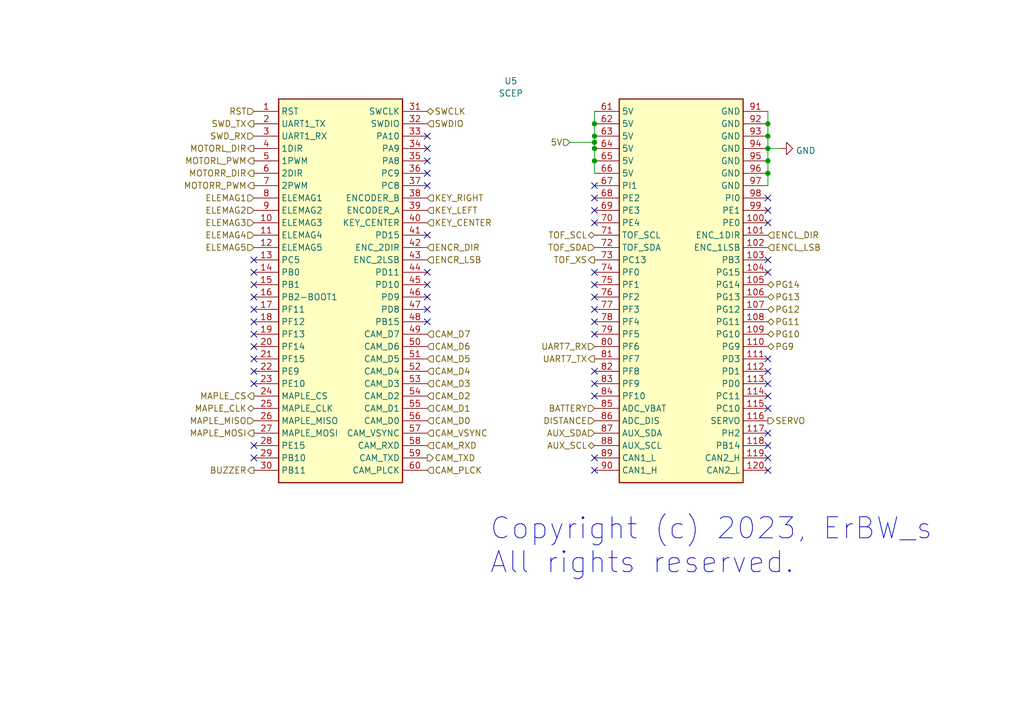
<source format=kicad_sch>
(kicad_sch (version 20230121) (generator eeschema)
  (paper "A5")
  (lib_symbols
    (symbol "ErBW_s:SCEP"
      (property "Reference" "U" (at 0 45.72 0))
      (property "Value" "SCEP" (at 0 43.18 0))
      (symbol "SCEP_1_0"
        (rectangle (start -46.99 40.64) (end -21.59 -38.1) (stroke (width 0.254)) (fill (type background)))
        (rectangle (start 22.86 40.64) (end 48.26 -38.1) (stroke (width 0.254)) (fill (type background)))
        (pin bidirectional line (at -52.07 38.1 0) (length 5.08) (name "RST") (number "1"))
        (pin bidirectional line (at -52.07 15.24 0) (length 5.08) (name "ELEMAG3") (number "10"))
        (pin bidirectional line (at 53.34 15.24 180) (length 5.08) (name "PE0") (number "100"))
        (pin bidirectional line (at 53.34 12.7 180) (length 5.08) (name "ENC_1DIR") (number "101"))
        (pin bidirectional line (at 53.34 10.16 180) (length 5.08) (name "ENC_1LSB") (number "102"))
        (pin bidirectional line (at 53.34 7.62 180) (length 5.08) (name "PB3") (number "103"))
        (pin bidirectional line (at 53.34 5.08 180) (length 5.08) (name "PG15") (number "104"))
        (pin bidirectional line (at 53.34 2.54 180) (length 5.08) (name "PG14") (number "105"))
        (pin bidirectional line (at 53.34 0 180) (length 5.08) (name "PG13") (number "106"))
        (pin bidirectional line (at 53.34 -2.54 180) (length 5.08) (name "PG12") (number "107"))
        (pin bidirectional line (at 53.34 -5.08 180) (length 5.08) (name "PG11") (number "108"))
        (pin bidirectional line (at 53.34 -7.62 180) (length 5.08) (name "PG10") (number "109"))
        (pin bidirectional line (at -52.07 12.7 0) (length 5.08) (name "ELEMAG4") (number "11"))
        (pin bidirectional line (at 53.34 -10.16 180) (length 5.08) (name "PG9") (number "110"))
        (pin bidirectional line (at 53.34 -12.7 180) (length 5.08) (name "PD3") (number "111"))
        (pin bidirectional line (at 53.34 -15.24 180) (length 5.08) (name "PD1") (number "112"))
        (pin bidirectional line (at 53.34 -17.78 180) (length 5.08) (name "PD0") (number "113"))
        (pin bidirectional line (at 53.34 -20.32 180) (length 5.08) (name "PC11") (number "114"))
        (pin bidirectional line (at 53.34 -22.86 180) (length 5.08) (name "PC10") (number "115"))
        (pin bidirectional line (at 53.34 -25.4 180) (length 5.08) (name "SERVO") (number "116"))
        (pin bidirectional line (at 53.34 -27.94 180) (length 5.08) (name "PH2") (number "117"))
        (pin bidirectional line (at 53.34 -30.48 180) (length 5.08) (name "PB14") (number "118"))
        (pin bidirectional line (at 53.34 -33.02 180) (length 5.08) (name "CAN2_H") (number "119"))
        (pin bidirectional line (at -52.07 10.16 0) (length 5.08) (name "ELEMAG5") (number "12"))
        (pin bidirectional line (at 53.34 -35.56 180) (length 5.08) (name "CAN2_L") (number "120"))
        (pin bidirectional line (at -52.07 7.62 0) (length 5.08) (name "PC5") (number "13"))
        (pin bidirectional line (at -52.07 5.08 0) (length 5.08) (name "PB0") (number "14"))
        (pin bidirectional line (at -52.07 2.54 0) (length 5.08) (name "PB1") (number "15"))
        (pin bidirectional line (at -52.07 0 0) (length 5.08) (name "PB2-BOOT1") (number "16"))
        (pin bidirectional line (at -52.07 -2.54 0) (length 5.08) (name "PF11") (number "17"))
        (pin bidirectional line (at -52.07 -5.08 0) (length 5.08) (name "PF12") (number "18"))
        (pin bidirectional line (at -52.07 -7.62 0) (length 5.08) (name "PF13") (number "19"))
        (pin bidirectional line (at -52.07 35.56 0) (length 5.08) (name "UART1_TX") (number "2"))
        (pin bidirectional line (at -52.07 -10.16 0) (length 5.08) (name "PF14") (number "20"))
        (pin bidirectional line (at -52.07 -12.7 0) (length 5.08) (name "PF15") (number "21"))
        (pin bidirectional line (at -52.07 -15.24 0) (length 5.08) (name "PE9") (number "22"))
        (pin bidirectional line (at -52.07 -17.78 0) (length 5.08) (name "PE10") (number "23"))
        (pin bidirectional line (at -52.07 -20.32 0) (length 5.08) (name "MAPLE_CS") (number "24"))
        (pin bidirectional line (at -52.07 -22.86 0) (length 5.08) (name "MAPLE_CLK") (number "25"))
        (pin bidirectional line (at -52.07 -25.4 0) (length 5.08) (name "MAPLE_MISO") (number "26"))
        (pin bidirectional line (at -52.07 -27.94 0) (length 5.08) (name "MAPLE_MOSI") (number "27"))
        (pin bidirectional line (at -52.07 -30.48 0) (length 5.08) (name "PE15") (number "28"))
        (pin bidirectional line (at -52.07 -33.02 0) (length 5.08) (name "PB10") (number "29"))
        (pin bidirectional line (at -52.07 33.02 0) (length 5.08) (name "UART1_RX") (number "3"))
        (pin bidirectional line (at -52.07 -35.56 0) (length 5.08) (name "PB11") (number "30"))
        (pin bidirectional line (at -16.51 38.1 180) (length 5.08) (name "SWCLK") (number "31"))
        (pin bidirectional line (at -16.51 35.56 180) (length 5.08) (name "SWDIO") (number "32"))
        (pin bidirectional line (at -16.51 33.02 180) (length 5.08) (name "PA10") (number "33"))
        (pin bidirectional line (at -16.51 30.48 180) (length 5.08) (name "PA9") (number "34"))
        (pin bidirectional line (at -16.51 27.94 180) (length 5.08) (name "PA8") (number "35"))
        (pin bidirectional line (at -16.51 25.4 180) (length 5.08) (name "PC9") (number "36"))
        (pin bidirectional line (at -16.51 22.86 180) (length 5.08) (name "PC8") (number "37"))
        (pin bidirectional line (at -16.51 20.32 180) (length 5.08) (name "ENCODER_B") (number "38"))
        (pin bidirectional line (at -16.51 17.78 180) (length 5.08) (name "ENCODER_A") (number "39"))
        (pin bidirectional line (at -52.07 30.48 0) (length 5.08) (name "1DIR") (number "4"))
        (pin bidirectional line (at -16.51 15.24 180) (length 5.08) (name "KEY_CENTER") (number "40"))
        (pin bidirectional line (at -16.51 12.7 180) (length 5.08) (name "PD15") (number "41"))
        (pin bidirectional line (at -16.51 10.16 180) (length 5.08) (name "ENC_2DIR") (number "42"))
        (pin bidirectional line (at -16.51 7.62 180) (length 5.08) (name "ENC_2LSB") (number "43"))
        (pin bidirectional line (at -16.51 5.08 180) (length 5.08) (name "PD11") (number "44"))
        (pin bidirectional line (at -16.51 2.54 180) (length 5.08) (name "PD10") (number "45"))
        (pin bidirectional line (at -16.51 0 180) (length 5.08) (name "PD9") (number "46"))
        (pin bidirectional line (at -16.51 -2.54 180) (length 5.08) (name "PD8") (number "47"))
        (pin bidirectional line (at -16.51 -5.08 180) (length 5.08) (name "PB15") (number "48"))
        (pin bidirectional line (at -16.51 -7.62 180) (length 5.08) (name "CAM_D7") (number "49"))
        (pin bidirectional line (at -52.07 27.94 0) (length 5.08) (name "1PWM") (number "5"))
        (pin bidirectional line (at -16.51 -10.16 180) (length 5.08) (name "CAM_D6") (number "50"))
        (pin bidirectional line (at -16.51 -12.7 180) (length 5.08) (name "CAM_D5") (number "51"))
        (pin bidirectional line (at -16.51 -15.24 180) (length 5.08) (name "CAM_D4") (number "52"))
        (pin bidirectional line (at -16.51 -17.78 180) (length 5.08) (name "CAM_D3") (number "53"))
        (pin bidirectional line (at -16.51 -20.32 180) (length 5.08) (name "CAM_D2") (number "54"))
        (pin bidirectional line (at -16.51 -22.86 180) (length 5.08) (name "CAM_D1") (number "55"))
        (pin bidirectional line (at -16.51 -25.4 180) (length 5.08) (name "CAM_D0") (number "56"))
        (pin bidirectional line (at -16.51 -27.94 180) (length 5.08) (name "CAM_VSYNC") (number "57"))
        (pin bidirectional line (at -16.51 -30.48 180) (length 5.08) (name "CAM_RXD") (number "58"))
        (pin bidirectional line (at -16.51 -33.02 180) (length 5.08) (name "CAM_TXD") (number "59"))
        (pin bidirectional line (at -52.07 25.4 0) (length 5.08) (name "2DIR") (number "6"))
        (pin bidirectional line (at -16.51 -35.56 180) (length 5.08) (name "CAM_PLCK") (number "60"))
        (pin power_in line (at 17.78 38.1 0) (length 5.08) (name "5V") (number "61"))
        (pin power_in line (at 17.78 35.56 0) (length 5.08) (name "5V") (number "62"))
        (pin power_in line (at 17.78 33.02 0) (length 5.08) (name "5V") (number "63"))
        (pin power_in line (at 17.78 30.48 0) (length 5.08) (name "5V") (number "64"))
        (pin power_in line (at 17.78 27.94 0) (length 5.08) (name "5V") (number "65"))
        (pin power_in line (at 17.78 25.4 0) (length 5.08) (name "5V") (number "66"))
        (pin bidirectional line (at 17.78 22.86 0) (length 5.08) (name "PI1") (number "67"))
        (pin bidirectional line (at 17.78 20.32 0) (length 5.08) (name "PE2") (number "68"))
        (pin bidirectional line (at 17.78 17.78 0) (length 5.08) (name "PE3") (number "69"))
        (pin bidirectional line (at -52.07 22.86 0) (length 5.08) (name "2PWM") (number "7"))
        (pin bidirectional line (at 17.78 15.24 0) (length 5.08) (name "PE4") (number "70"))
        (pin bidirectional line (at 17.78 12.7 0) (length 5.08) (name "TOF_SCL") (number "71"))
        (pin bidirectional line (at 17.78 10.16 0) (length 5.08) (name "TOF_SDA") (number "72"))
        (pin bidirectional line (at 17.78 7.62 0) (length 5.08) (name "PC13") (number "73"))
        (pin bidirectional line (at 17.78 5.08 0) (length 5.08) (name "PF0") (number "74"))
        (pin bidirectional line (at 17.78 2.54 0) (length 5.08) (name "PF1") (number "75"))
        (pin bidirectional line (at 17.78 0 0) (length 5.08) (name "PF2") (number "76"))
        (pin bidirectional line (at 17.78 -2.54 0) (length 5.08) (name "PF3") (number "77"))
        (pin bidirectional line (at 17.78 -5.08 0) (length 5.08) (name "PF4") (number "78"))
        (pin bidirectional line (at 17.78 -7.62 0) (length 5.08) (name "PF5") (number "79"))
        (pin bidirectional line (at -52.07 20.32 0) (length 5.08) (name "ELEMAG1") (number "8"))
        (pin bidirectional line (at 17.78 -10.16 0) (length 5.08) (name "PF6") (number "80"))
        (pin bidirectional line (at 17.78 -12.7 0) (length 5.08) (name "PF7") (number "81"))
        (pin bidirectional line (at 17.78 -15.24 0) (length 5.08) (name "PF8") (number "82"))
        (pin bidirectional line (at 17.78 -17.78 0) (length 5.08) (name "PF9") (number "83"))
        (pin bidirectional line (at 17.78 -20.32 0) (length 5.08) (name "PF10") (number "84"))
        (pin bidirectional line (at 17.78 -22.86 0) (length 5.08) (name "ADC_VBAT") (number "85"))
        (pin bidirectional line (at 17.78 -25.4 0) (length 5.08) (name "ADC_DIS") (number "86"))
        (pin bidirectional line (at 17.78 -27.94 0) (length 5.08) (name "AUX_SDA") (number "87"))
        (pin bidirectional line (at 17.78 -30.48 0) (length 5.08) (name "AUX_SCL") (number "88"))
        (pin bidirectional line (at 17.78 -33.02 0) (length 5.08) (name "CAN1_L") (number "89"))
        (pin bidirectional line (at -52.07 17.78 0) (length 5.08) (name "ELEMAG2") (number "9"))
        (pin bidirectional line (at 17.78 -35.56 0) (length 5.08) (name "CAN1_H") (number "90"))
        (pin power_in line (at 53.34 38.1 180) (length 5.08) (name "GND") (number "91"))
        (pin power_in line (at 53.34 35.56 180) (length 5.08) (name "GND") (number "92"))
        (pin power_in line (at 53.34 33.02 180) (length 5.08) (name "GND") (number "93"))
        (pin power_in line (at 53.34 30.48 180) (length 5.08) (name "GND") (number "94"))
        (pin power_in line (at 53.34 27.94 180) (length 5.08) (name "GND") (number "95"))
        (pin power_in line (at 53.34 25.4 180) (length 5.08) (name "GND") (number "96"))
        (pin power_in line (at 53.34 22.86 180) (length 5.08) (name "GND") (number "97"))
        (pin bidirectional line (at 53.34 20.32 180) (length 5.08) (name "PI0") (number "98"))
        (pin bidirectional line (at 53.34 17.78 180) (length 5.08) (name "PE1") (number "99"))
      )
    )
    (symbol "power:GND" (power) (pin_names (offset 0))
      (property "Value" "GND" (at 0 -3.81 0))
      (symbol "GND_0_1"
        (polyline (pts (xy 0 0) (xy 0 -1.27) (xy 1.27 -1.27) (xy 0 -2.54) (xy -1.27 -1.27) (xy 0 -1.27)))
      )
      (symbol "GND_1_1"
        (pin power_in line (at 0 0 270) (length 0) hide (name "GND") (number "1"))
      )
    )
  )
  (junction (at 121.92 27.94))
  (junction (at 121.92 33.02))
  (junction (at 157.48 35.56))
  (junction (at 121.92 25.4))
  (junction (at 157.48 27.94))
  (junction (at 157.48 25.4))
  (junction (at 157.48 30.48))
  (junction (at 121.92 30.48))
  (junction (at 157.48 33.02))
  (junction (at 121.92 29.21))
  (no_connect (at 87.63 35.56))
  (no_connect (at 87.63 38.1))
  (no_connect (at 87.63 27.94))
  (no_connect (at 87.63 30.48))
  (no_connect (at 87.63 33.02))
  (no_connect (at 121.92 38.1))
  (no_connect (at 121.92 40.64))
  (no_connect (at 157.48 43.18))
  (no_connect (at 157.48 45.72))
  (no_connect (at 121.92 63.5))
  (no_connect (at 121.92 60.96))
  (no_connect (at 121.92 66.04))
  (no_connect (at 121.92 58.42))
  (no_connect (at 121.92 68.58))
  (no_connect (at 121.92 96.52))
  (no_connect (at 121.92 93.98))
  (no_connect (at 157.48 93.98))
  (no_connect (at 157.48 96.52))
  (no_connect (at 157.48 91.44))
  (no_connect (at 157.48 83.82))
  (no_connect (at 157.48 88.9))
  (no_connect (at 121.92 43.18))
  (no_connect (at 121.92 55.88))
  (no_connect (at 121.92 45.72))
  (no_connect (at 157.48 53.34))
  (no_connect (at 157.48 76.2))
  (no_connect (at 157.48 81.28))
  (no_connect (at 157.48 73.66))
  (no_connect (at 157.48 78.74))
  (no_connect (at 121.92 76.2))
  (no_connect (at 121.92 81.28))
  (no_connect (at 121.92 78.74))
  (no_connect (at 87.63 55.88))
  (no_connect (at 87.63 48.26))
  (no_connect (at 87.63 58.42))
  (no_connect (at 87.63 63.5))
  (no_connect (at 87.63 66.04))
  (no_connect (at 87.63 60.96))
  (no_connect (at 157.48 40.64))
  (no_connect (at 52.07 55.88))
  (no_connect (at 52.07 91.44))
  (no_connect (at 52.07 93.98))
  (no_connect (at 52.07 63.5))
  (no_connect (at 52.07 68.58))
  (no_connect (at 52.07 60.96))
  (no_connect (at 52.07 66.04))
  (no_connect (at 52.07 58.42))
  (no_connect (at 52.07 73.66))
  (no_connect (at 52.07 76.2))
  (no_connect (at 52.07 78.74))
  (no_connect (at 52.07 71.12))
  (no_connect (at 157.48 55.88))
  (no_connect (at 52.07 53.34))
  (wire (pts (xy 157.48 35.56) (xy 157.48 38.1)))
  (wire (pts (xy 160.02 30.48) (xy 157.48 30.48)))
  (wire (pts (xy 157.48 30.48) (xy 157.48 33.02)))
  (wire (pts (xy 121.92 30.48) (xy 121.92 33.02)))
  (wire (pts (xy 157.48 33.02) (xy 157.48 35.56)))
  (wire (pts (xy 157.48 22.86) (xy 157.48 25.4)))
  (wire (pts (xy 121.92 27.94) (xy 121.92 29.21)))
  (wire (pts (xy 157.48 25.4) (xy 157.48 27.94)))
  (wire (pts (xy 157.48 27.94) (xy 157.48 30.48)))
  (wire (pts (xy 121.92 29.21) (xy 121.92 30.48)))
  (wire (pts (xy 121.92 22.86) (xy 121.92 25.4)))
  (wire (pts (xy 116.84 29.21) (xy 121.92 29.21)))
  (wire (pts (xy 121.92 33.02) (xy 121.92 35.56)))
  (wire (pts (xy 121.92 25.4) (xy 121.92 27.94)))
  (text "Copyright (c) 2023, ErBW_s\nAll rights reserved." (at 100.33 118.11 0) (effects (font (size 4.318 4.318)) (justify left bottom)))
  (hierarchical_label "CAM_D6" (shape input) (at 87.63 71.12 0))
  (hierarchical_label "ENCR_DIR" (shape input) (at 87.63 50.8 0))
  (hierarchical_label "UART7_TX" (shape output) (at 121.92 73.66 180))
  (hierarchical_label "MAPLE_CS" (shape output) (at 52.07 81.28 180))
  (hierarchical_label "MOTORR_PWM" (shape output) (at 52.07 38.1 180))
  (hierarchical_label "MAPLE_MOSI" (shape output) (at 52.07 88.9 180))
  (hierarchical_label "PG12" (shape bidirectional) (at 157.48 63.5 0))
  (hierarchical_label "KEY_LEFT" (shape input) (at 87.63 43.18 0))
  (hierarchical_label "MAPLE_MISO" (shape input) (at 52.07 86.36 180))
  (hierarchical_label "MOTORR_DIR" (shape output) (at 52.07 35.56 180))
  (hierarchical_label "ELEMAG3" (shape input) (at 52.07 45.72 180))
  (hierarchical_label "CAM_VSYNC" (shape input) (at 87.63 88.9 0))
  (hierarchical_label "KEY_RIGHT" (shape input) (at 87.63 40.64 0))
  (hierarchical_label "PG14" (shape bidirectional) (at 157.48 58.42 0))
  (hierarchical_label "5V" (shape input) (at 116.84 29.21 180))
  (hierarchical_label "BATTERY" (shape input) (at 121.92 83.82 180))
  (hierarchical_label "SWD_RX" (shape input) (at 52.07 27.94 180))
  (hierarchical_label "PG10" (shape bidirectional) (at 157.48 68.58 0))
  (hierarchical_label "ELEMAG5" (shape input) (at 52.07 50.8 180))
  (hierarchical_label "TOF_XS" (shape output) (at 121.92 53.34 180))
  (hierarchical_label "PG9" (shape bidirectional) (at 157.48 71.12 0))
  (hierarchical_label "RST" (shape input) (at 52.07 22.86 180))
  (hierarchical_label "SWD_TX" (shape output) (at 52.07 25.4 180))
  (hierarchical_label "PG13" (shape bidirectional) (at 157.48 60.96 0))
  (hierarchical_label "SWDIO" (shape input) (at 87.63 25.4 0))
  (hierarchical_label "CAM_D4" (shape input) (at 87.63 76.2 0))
  (hierarchical_label "CAM_D7" (shape input) (at 87.63 68.58 0))
  (hierarchical_label "PG11" (shape bidirectional) (at 157.48 66.04 0))
  (hierarchical_label "ELEMAG4" (shape input) (at 52.07 48.26 180))
  (hierarchical_label "ENCL_LSB" (shape input) (at 157.48 50.8 0))
  (hierarchical_label "ENCR_LSB" (shape input) (at 87.63 53.34 0))
  (hierarchical_label "UART7_RX" (shape input) (at 121.92 71.12 180))
  (hierarchical_label "MAPLE_CLK" (shape bidirectional) (at 52.07 83.82 180))
  (hierarchical_label "DISTANCE" (shape input) (at 121.92 86.36 180))
  (hierarchical_label "CAM_D5" (shape input) (at 87.63 73.66 0))
  (hierarchical_label "CAM_RXD" (shape input) (at 87.63 91.44 0))
  (hierarchical_label "KEY_CENTER" (shape input) (at 87.63 45.72 0))
  (hierarchical_label "ENCL_DIR" (shape input) (at 157.48 48.26 0))
  (hierarchical_label "CAM_D3" (shape input) (at 87.63 78.74 0))
  (hierarchical_label "CAM_PLCK" (shape input) (at 87.63 96.52 0))
  (hierarchical_label "CAM_D1" (shape input) (at 87.63 83.82 0))
  (hierarchical_label "CAM_D2" (shape input) (at 87.63 81.28 0))
  (hierarchical_label "ELEMAG2" (shape input) (at 52.07 43.18 180))
  (hierarchical_label "AUX_SDA" (shape input) (at 121.92 88.9 180))
  (hierarchical_label "TOF_SCL" (shape bidirectional) (at 121.92 48.26 180))
  (hierarchical_label "CAM_D0" (shape input) (at 87.63 86.36 0))
  (hierarchical_label "SWCLK" (shape bidirectional) (at 87.63 22.86 0))
  (hierarchical_label "TOF_SDA" (shape input) (at 121.92 50.8 180))
  (hierarchical_label "AUX_SCL" (shape bidirectional) (at 121.92 91.44 180))
  (hierarchical_label "BUZZER" (shape output) (at 52.07 96.52 180))
  (hierarchical_label "MOTORL_PWM" (shape output) (at 52.07 33.02 180))
  (hierarchical_label "MOTORL_DIR" (shape output) (at 52.07 30.48 180))
  (hierarchical_label "SERVO" (shape output) (at 157.48 86.36 0))
  (hierarchical_label "ELEMAG1" (shape input) (at 52.07 40.64 180))
  (hierarchical_label "CAM_TXD" (shape output) (at 87.63 93.98 0))
  (symbol (lib_id "power:GND") (at 160.02 30.48 90) (unit 1)
    (property "Reference" "#PWR014" (effects hide))
    (property "Value" "GND" (at 163.195 30.9138 90) (effects (justify right)))
  )
  (symbol (lib_id "ErBW_s:SCEP") (at 104.14 60.96 0) (unit 1)
    (property "Reference" "U5" (at 104.775 16.6202 0))
    (property "Value" "SCEP" (at 104.775 19.1571 0))
    (property "Footprint" "ErBW_s:SCEP" (effects hide))
  )
)
</source>
